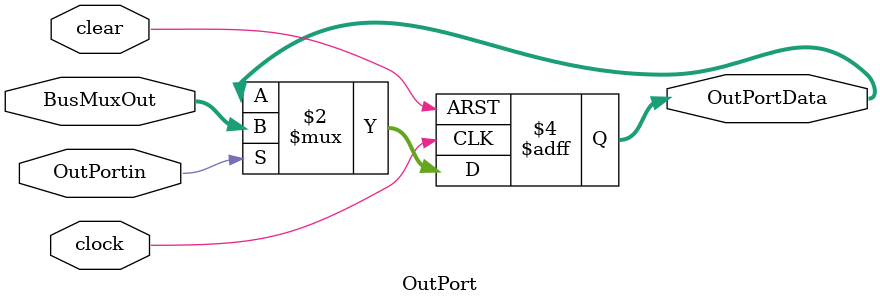
<source format=v>
module OutPort (
    input wire clock,
    input wire clear,
    input wire OutPortin,         // Write enable for OutPort
    input wire [31:0] BusMuxOut,  // Data from the Bus
    output reg [31:0] OutPortData // Output data to an external unit
);

    always @(posedge clock or posedge clear) begin
        if (clear)
            OutPortData <= 32'b0;
        else if (OutPortin)
            OutPortData <= BusMuxOut;
    end

endmodule
</source>
